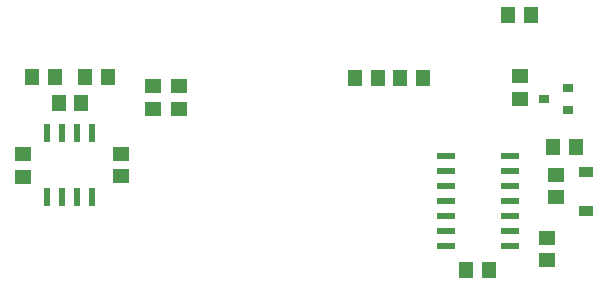
<source format=gbr>
G04 #@! TF.GenerationSoftware,KiCad,Pcbnew,(5.0.0-rc2-dev-586-g888c43477)*
G04 #@! TF.CreationDate,2018-06-03T15:17:15-03:00*
G04 #@! TF.ProjectId,Signal,5369676E616C2E6B696361645F706362,rev?*
G04 #@! TF.SameCoordinates,Original*
G04 #@! TF.FileFunction,Paste,Bot*
G04 #@! TF.FilePolarity,Positive*
%FSLAX46Y46*%
G04 Gerber Fmt 4.6, Leading zero omitted, Abs format (unit mm)*
G04 Created by KiCad (PCBNEW (5.0.0-rc2-dev-586-g888c43477)) date 06/03/18 15:17:15*
%MOMM*%
%LPD*%
G01*
G04 APERTURE LIST*
%ADD10R,1.295000X1.400000*%
%ADD11R,1.400000X1.295000*%
%ADD12R,0.600000X1.550000*%
%ADD13R,0.900000X0.800000*%
%ADD14R,1.200000X0.900000*%
%ADD15R,1.500000X0.600000*%
G04 APERTURE END LIST*
D10*
X31967500Y-25250000D03*
X30032500Y-25250000D03*
X29717500Y-23000000D03*
X27782500Y-23000000D03*
X32282500Y-23000000D03*
X34217500Y-23000000D03*
D11*
X35306000Y-31447500D03*
X35306000Y-29512500D03*
X38000000Y-23782500D03*
X38000000Y-25717500D03*
D12*
X29083000Y-27780000D03*
X30353000Y-27780000D03*
X31623000Y-27780000D03*
X32893000Y-27780000D03*
X32893000Y-33180000D03*
X31623000Y-33180000D03*
X30353000Y-33180000D03*
X29083000Y-33180000D03*
D11*
X40250000Y-25717500D03*
X40250000Y-23782500D03*
X27000000Y-31467500D03*
X27000000Y-29532500D03*
D13*
X73136000Y-23942000D03*
X73136000Y-25842000D03*
X71136000Y-24892000D03*
D11*
X72136000Y-33225500D03*
X72136000Y-31290500D03*
D10*
X64564500Y-39370000D03*
X66499500Y-39370000D03*
D14*
X74676000Y-31116000D03*
X74676000Y-34416000D03*
D11*
X71374000Y-36624500D03*
X71374000Y-38559500D03*
D10*
X68120500Y-17780000D03*
X70055500Y-17780000D03*
X71930500Y-28956000D03*
X73865500Y-28956000D03*
D11*
X69088000Y-24892000D03*
X69088000Y-22957000D03*
D10*
X58976500Y-23114000D03*
X60911500Y-23114000D03*
X57101500Y-23114000D03*
X55166500Y-23114000D03*
D15*
X62832000Y-37338000D03*
X62832000Y-36068000D03*
X62832000Y-34798000D03*
X62832000Y-33528000D03*
X62832000Y-32258000D03*
X62832000Y-30988000D03*
X62832000Y-29718000D03*
X68232000Y-29718000D03*
X68232000Y-30988000D03*
X68232000Y-32258000D03*
X68232000Y-33528000D03*
X68232000Y-34798000D03*
X68232000Y-36068000D03*
X68232000Y-37338000D03*
M02*

</source>
